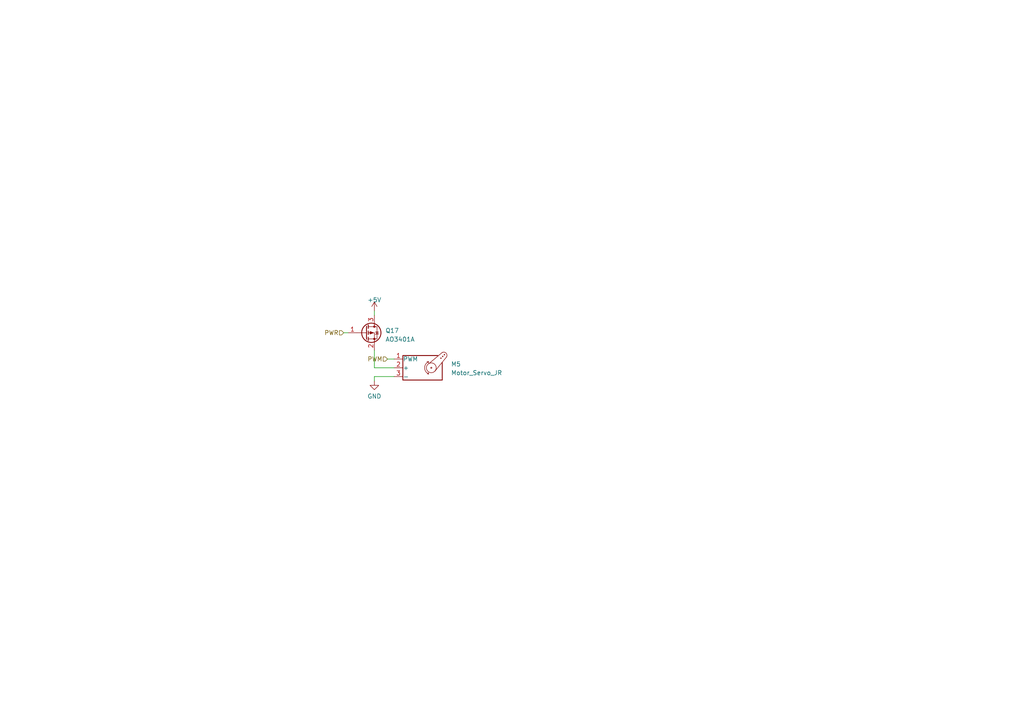
<source format=kicad_sch>
(kicad_sch (version 20230121) (generator eeschema)
  (paper "A4")
  (lib_symbols
    (symbol "Motor:Motor_Servo_JR" (pin_names (offset 0.0254))
      (property "Reference" "M" (at -5.08 4.445 0))
      (property "Value" "Motor_Servo_JR" (at -5.08 -4.064 0))
      (symbol "Motor_Servo_JR_0_1"
        (polyline (pts (xy 2.413 -1.778) (xy 2.032 -1.778)))
        (polyline (pts (xy 2.413 -1.778) (xy 2.286 -1.397)))
        (polyline (pts (xy 2.413 1.778) (xy 1.905 1.778)))
        (polyline (pts (xy 2.413 1.778) (xy 2.286 1.397)))
        (polyline (pts (xy 6.35 4.445) (xy 2.54 1.27)))
        (polyline (pts (xy 7.62 3.175) (xy 4.191 -1.016)))
        (polyline (pts (xy 5.08 3.556) (xy -5.08 3.556) (xy -5.08 -3.556) (xy 6.35 -3.556) (xy 6.35 1.524)) (stroke (width 0.254)))
        (arc (start 2.413 1.778) (mid 1.2406 0) (end 2.413 -1.778))
        (circle (center 3.175 0) (radius 0.1778))
        (circle (center 3.175 0) (radius 1.4224))
        (circle (center 5.969 2.794) (radius 0.127))
        (circle (center 6.477 3.302) (radius 0.127))
        (circle (center 6.985 3.81) (radius 0.127))
        (arc (start 7.62 3.175) (mid 7.4485 4.2735) (end 6.35 4.445))
      )
      (symbol "Motor_Servo_JR_1_1"
        (pin passive line (at -7.62 2.54 0) (length 2.54) (name "PWM") (number "1"))
        (pin passive line (at -7.62 0 0) (length 2.54) (name "+") (number "2"))
        (pin passive line (at -7.62 -2.54 0) (length 2.54) (name "-") (number "3"))
      )
    )
    (symbol "Transistor_FET:AO3401A" (pin_names hide)
      (property "Reference" "Q" (at 5.08 1.905 0))
      (property "Value" "AO3401A" (at 5.08 0 0))
      (symbol "AO3401A_0_1"
        (polyline (pts (xy 0.254 0) (xy -2.54 0)))
        (polyline (pts (xy 0.254 1.905) (xy 0.254 -1.905)) (stroke (width 0.254)))
        (polyline (pts (xy 0.762 -1.27) (xy 0.762 -2.286)) (stroke (width 0.254)))
        (polyline (pts (xy 0.762 0.508) (xy 0.762 -0.508)) (stroke (width 0.254)))
        (polyline (pts (xy 0.762 2.286) (xy 0.762 1.27)) (stroke (width 0.254)))
        (polyline (pts (xy 2.54 2.54) (xy 2.54 1.778)))
        (polyline (pts (xy 2.54 -2.54) (xy 2.54 0) (xy 0.762 0)))
        (polyline (pts (xy 0.762 1.778) (xy 3.302 1.778) (xy 3.302 -1.778) (xy 0.762 -1.778)))
        (polyline (pts (xy 2.286 0) (xy 1.27 0.381) (xy 1.27 -0.381) (xy 2.286 0)) (fill (type outline)))
        (polyline (pts (xy 2.794 -0.508) (xy 2.921 -0.381) (xy 3.683 -0.381) (xy 3.81 -0.254)))
        (polyline (pts (xy 3.302 -0.381) (xy 2.921 0.254) (xy 3.683 0.254) (xy 3.302 -0.381)))
        (circle (center 1.651 0) (radius 2.794) (stroke (width 0.254)))
        (circle (center 2.54 -1.778) (radius 0.254) (fill (type outline)))
        (circle (center 2.54 1.778) (radius 0.254) (fill (type outline)))
      )
      (symbol "AO3401A_1_1"
        (pin input line (at -5.08 0 0) (length 2.54) (name "G") (number "1"))
        (pin passive line (at 2.54 -5.08 90) (length 2.54) (name "S") (number "2"))
        (pin passive line (at 2.54 5.08 270) (length 2.54) (name "D") (number "3"))
      )
    )
    (symbol "power:+5V" (power) (pin_names (offset 0))
      (property "Value" "+5V" (at 0 3.556 0))
      (symbol "+5V_0_1"
        (polyline (pts (xy -0.762 1.27) (xy 0 2.54)))
        (polyline (pts (xy 0 0) (xy 0 2.54)))
        (polyline (pts (xy 0 2.54) (xy 0.762 1.27)))
      )
      (symbol "+5V_1_1"
        (pin power_in line (at 0 0 90) (length 0) hide (name "+5V") (number "1"))
      )
    )
    (symbol "power:GND" (power) (pin_names (offset 0))
      (property "Value" "GND" (at 0 -3.81 0))
      (symbol "GND_0_1"
        (polyline (pts (xy 0 0) (xy 0 -1.27) (xy 1.27 -1.27) (xy 0 -2.54) (xy -1.27 -1.27) (xy 0 -1.27)))
      )
      (symbol "GND_1_1"
        (pin power_in line (at 0 0 270) (length 0) hide (name "GND") (number "1"))
      )
    )
  )
  (wire (pts (xy 108.585 90.17) (xy 108.585 91.44)))
  (wire (pts (xy 99.695 96.52) (xy 100.965 96.52)))
  (wire (pts (xy 108.585 109.22) (xy 114.3 109.22)))
  (wire (pts (xy 108.585 101.6) (xy 108.585 106.68)))
  (wire (pts (xy 112.395 104.14) (xy 114.3 104.14)))
  (wire (pts (xy 108.585 106.68) (xy 114.3 106.68)))
  (wire (pts (xy 108.585 109.22) (xy 108.585 110.49)))
  (hierarchical_label "PWR" (shape input) (at 99.695 96.52 180))
  (hierarchical_label "PWM" (shape input) (at 112.395 104.14 180))
  (symbol (lib_id "power:GND") (at 108.585 110.49 0) (unit 1)
    (property "Reference" "#PWR038" (effects hide))
    (property "Value" "GND" (at 108.585 114.935 0))
    (instances (project "version_1" (path "" (reference "#PWR038") (unit 1)) (path "" (reference "#PWR038") (unit 1)) (path "" (reference "#PWR040") (unit 1)) (path "" (reference "#PWR042") (unit 1)) (path "" (reference "#PWR044") (unit 1))))
  )
  (symbol (lib_id "power:+5V") (at 108.585 90.17 0) (unit 1)
    (property "Reference" "#PWR035" (effects hide))
    (property "Value" "+5V" (at 108.585 86.995 0))
    (instances (project "version_1" (path "" (reference "#PWR035") (unit 1)) (path "" (reference "#PWR035") (unit 1)) (path "" (reference "#PWR039") (unit 1)) (path "" (reference "#PWR041") (unit 1)) (path "" (reference "#PWR043") (unit 1))))
  )
  (symbol (lib_id "Transistor_FET:AO3401A") (at 106.045 96.52 0) (unit 1)
    (property "Reference" "Q17" (at 111.76 95.885 0) (effects (justify left)))
    (property "Value" "AO3401A" (at 111.76 98.425 0) (effects (justify left)))
    (property "Footprint" "Package_TO_SOT_SMD:SOT-23" (effects hide))
    (property "Datasheet" "http://www.aosmd.com/pdfs/datasheet/AO3401A.pdf" (effects hide))
    (property "JLCPCB Part#" "C15127" (effects hide))
    (instances (project "version_1" (path "" (reference "Q17") (unit 1)) (path "" (reference "Q17") (unit 1)) (path "" (reference "Q18") (unit 1)) (path "" (reference "Q19") (unit 1)) (path "" (reference "Q20") (unit 1))))
  )
  (symbol (lib_id "Motor:Motor_Servo_JR") (at 121.92 106.68 0) (unit 1)
    (property "Reference" "M5" (at 130.81 105.6116 0) (effects (justify left)))
    (property "Value" "Motor_Servo_JR" (at 130.81 108.1516 0) (effects (justify left)))
    (property "Footprint" "Connector_PinHeader_2.54mm:PinHeader_1x03_P2.54mm_Vertical" (effects hide))
    (property "Datasheet" "http://forums.parallax.com/uploads/attachments/46831/74481.png" (effects hide))
    (property "JLCPCB Part#" "C2935909" (effects hide))
    (instances (project "version_1" (path "" (reference "M5") (unit 1)) (path "" (reference "M5") (unit 1)) (path "" (reference "M6") (unit 1)) (path "" (reference "M7") (unit 1)) (path "" (reference "M8") (unit 1))))
  )
)
</source>
